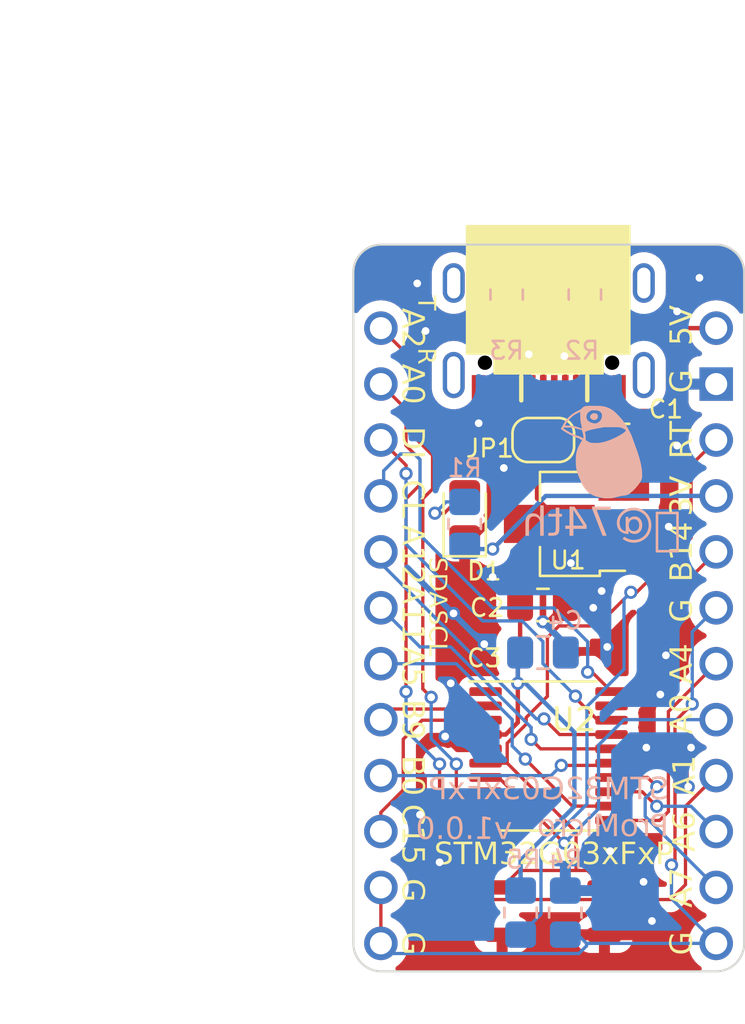
<source format=kicad_pcb>
(kicad_pcb (version 20221018) (generator pcbnew)
  (layers (0 "F.Cu" signal) (31 "B.Cu" signal) (34 "B.Paste" user) (35 "F.Paste" user) (36 "B.SilkS" user "B.Silkscreen") (37 "F.SilkS" user "F.Silkscreen") (38 "B.Mask" user) (39 "F.Mask" user) (44 "Edge.Cuts" user))
  (net 0 "")
  (net 1 "+5V")
  (net 2 "GND")
  (net 3 "VCC")
  (net 4 "RST")
  (net 5 "Net-(D1-A)")
  (net 6 "unconnected-(J1-D--Pad2)")
  (net 7 "unconnected-(J1-D+-Pad3)")
  (net 8 "Net-(J1-CC1)")
  (net 9 "Net-(J1-CC2)")
  (net 10 "10{slash}A10")
  (net 11 "16{slash}SPI_MOSI")
  (net 12 "14{slash}SPI_MISO")
  (net 13 "15{slash}SPI_SCK")
  (net 14 "18{slash}A0")
  (net 15 "19{slash}A1")
  (net 16 "21{slash}A3")
  (net 17 "5")
  (net 18 "7")
  (net 19 "1{slash}UART_TX")
  (net 20 "0{slash}UART_RX")
  (net 21 "4{slash}A6")
  (net 22 "6{slash}A7")
  (net 23 "3{slash}I2C_SCL")
  (net 24 "2{slash}I2C_SDA")
  (net 25 "SWD_DIO")
  (net 26 "SWD_CLK")
  (footprint "Package_SO:TSSOP-20_4.4x6.5mm_P0.65mm" (layer "F.Cu") (at 71.12 62.611)
    (fp_text reference "U2" (at 1.143 -1.651) (layer "F.SilkS"))
    (fp_text value "STM32G030F6P6")
    (pad "1" smd roundrect (at -2.8625 -2.925) (size 1.475 0.4) (layers "F.Cu" "F.Paste" "F.Mask"))
    (pad "2" smd roundrect (at -2.8625 -2.275) (size 1.475 0.4) (layers "F.Cu" "F.Paste" "F.Mask") (net 17 "5"))
    (pad "3" smd roundrect (at -2.8625 -1.625) (size 1.475 0.4) (layers "F.Cu" "F.Paste" "F.Mask") (net 18 "7"))
    (pad "4" smd roundrect (at -2.8625 -0.975) (size 1.475 0.4) (layers "F.Cu" "F.Paste" "F.Mask") (net 3 "VCC"))
    (pad "5" smd roundrect (at -2.8625 -0.325) (size 1.475 0.4) (layers "F.Cu" "F.Paste" "F.Mask") (net 2 "GND"))
    (pad "6" smd roundrect (at -2.8625 0.325) (size 1.475 0.4) (layers "F.Cu" "F.Paste" "F.Mask") (net 4 "RST"))
    (pad "7" smd roundrect (at -2.8625 0.975) (size 1.475 0.4) (layers "F.Cu" "F.Paste" "F.Mask") (net 14 "18{slash}A0"))
    (pad "8" smd roundrect (at -2.8625 1.625) (size 1.475 0.4) (layers "F.Cu" "F.Paste" "F.Mask") (net 13 "15{slash}SPI_SCK"))
    (pad "9" smd roundrect (at -2.8625 2.275) (size 1.475 0.4) (layers "F.Cu" "F.Paste" "F.Mask") (net 19 "1{slash}UART_TX"))
    (pad "10" smd roundrect (at -2.8625 2.925) (size 1.475 0.4) (layers "F.Cu" "F.Paste" "F.Mask") (net 20 "0{slash}UART_RX"))
    (pad "11" smd roundrect (at 2.8625 2.925) (size 1.475 0.4) (layers "F.Cu" "F.Paste" "F.Mask") (net 15 "19{slash}A1"))
    (pad "12" smd roundrect (at 2.8625 2.275) (size 1.475 0.4) (layers "F.Cu" "F.Paste" "F.Mask") (net 21 "4{slash}A6"))
    (pad "13" smd roundrect (at 2.8625 1.625) (size 1.475 0.4) (layers "F.Cu" "F.Paste" "F.Mask") (net 12 "14{slash}SPI_MISO"))
    (pad "14" smd roundrect (at 2.8625 0.975) (size 1.475 0.4) (layers "F.Cu" "F.Paste" "F.Mask") (net 11 "16{slash}SPI_MOSI"))
    (pad "15" smd roundrect (at 2.8625 0.325) (size 1.475 0.4) (layers "F.Cu" "F.Paste" "F.Mask") (net 22 "6{slash}A7"))
    (pad "16" smd roundrect (at 2.8625 -0.325) (size 1.475 0.4) (layers "F.Cu" "F.Paste" "F.Mask") (net 23 "3{slash}I2C_SCL"))
    (pad "17" smd roundrect (at 2.8625 -0.975) (size 1.475 0.4) (layers "F.Cu" "F.Paste" "F.Mask") (net 24 "2{slash}I2C_SDA"))
    (pad "18" smd roundrect (at 2.8625 -1.625) (size 1.475 0.4) (layers "F.Cu" "F.Paste" "F.Mask") (net 25 "SWD_DIO"))
    (pad "19" smd roundrect (at 2.8625 -2.275) (size 1.475 0.4) (layers "F.Cu" "F.Paste" "F.Mask") (net 16 "21{slash}A3"))
    (pad "20" smd roundrect (at 2.8625 -2.925) (size 1.475 0.4) (layers "F.Cu" "F.Paste" "F.Mask") (net 26 "SWD_CLK"))
  )
  (footprint "$74th:Regulator_AMS1117_SOT-89" (layer "F.Cu") (at 72.39 52.07 180)
    (fp_text reference "U1" (at 0.381 -1.651) (layer "F.SilkS") (effects (font (size 0.8 0.8) (thickness 0.12))))
    (fp_text value "AMS1117-3.3")
    (pad "1" smd rect (at -2.15 -1.5 180) (size 2.3 0.9) (layers "F.Cu" "F.Paste" "F.Mask") (net 2 "GND"))
    (pad "2" smd custom (at -2.0625 0 180) (size 2.475 0.9) (layers "F.Cu" "F.Paste" "F.Mask") (net 3 "VCC") (options (clearance outline) (anchor rect)) (primitives (gr_poly (pts (xy 5.3625 0.8665) (xy 1.2375 0.8665) (xy 1.2375 -0.8665) (xy 5.3625 -0.8665)) (width 0) (fill yes))))
    (pad "3" smd rect (at -2.15 1.5 180) (size 2.3 0.9) (layers "F.Cu" "F.Paste" "F.Mask") (net 1 "+5V"))
  )
  (footprint "$74th:Capacitor_0805_2012" (layer "F.Cu") (at 70.866 55.753)
    (fp_text reference "C2" (at -2.54 0.127 180) (layer "F.SilkS") (effects (font (size 0.8 0.8) (thickness 0.12))))
    (fp_text value "2.2u" hide)
    (pad "1" smd roundrect (at -1.0375 0) (size 1.175 1.45) (layers "F.Cu" "F.Paste" "F.Mask") (roundrect_rratio 0.2127659574) (net 3 "VCC"))
    (pad "2" smd roundrect (at 1.0375 0) (size 1.175 1.45) (layers "F.Cu" "F.Paste" "F.Mask") (roundrect_rratio 0.2127659574) (net 2 "GND"))
  )
  (footprint "$74th:SKRPABE010" (layer "F.Cu") (at 71.335 69.655 180)
    (fp_text reference "SW1")
    (fp_text value "SW_Push")
    (pad "1" smd roundrect (at -2.325 -1.075 180) (size 1.55 0.65) (layers "F.Cu" "F.Paste" "F.Mask") (net 2 "GND"))
    (pad "1" smd roundrect (at 2.325 -1.075 180) (size 1.55 0.65) (layers "F.Cu" "F.Paste" "F.Mask") (net 2 "GND"))
    (pad "2" smd roundrect (at -2.325 1.075 180) (size 1.55 0.65) (layers "F.Cu" "F.Paste" "F.Mask") (net 4 "RST"))
    (pad "2" smd roundrect (at 2.325 1.075 180) (size 1.55 0.65) (layers "F.Cu" "F.Paste" "F.Mask") (net 4 "RST"))
  )
  (footprint "$74th:Capacitor_0805_2012" (layer "F.Cu") (at 70.866 57.912)
    (fp_text reference "C3" (at -2.667 0.254 -360) (layer "F.SilkS") (effects (font (size 0.8 0.8) (thickness 0.12))))
    (fp_text value "100n" hide)
    (pad "1" smd roundrect (at -1.0375 0) (size 1.175 1.45) (layers "F.Cu" "F.Paste" "F.Mask") (roundrect_rratio 0.2127659574) (net 3 "VCC"))
    (pad "2" smd roundrect (at 1.0375 0) (size 1.175 1.45) (layers "F.Cu" "F.Paste" "F.Mask") (roundrect_rratio 0.2127659574) (net 2 "GND"))
  )
  (footprint "$74th:ProMicro_LIKE_LEFT_NO_GND" (layer "F.Cu") (at 63.5 57.15)
    (fp_text reference "CH1" hide)
    (fp_text value "ProMicro-LeftPin")
    (pad "1" thru_hole circle (at 0 -13.97) (size 1.524 1.524) (drill 1) (layers "*.Cu" "*.Mask") (net 19 "1{slash}UART_TX"))
    (pad "2" thru_hole circle (at 0 -11.43 180) (size 1.524 1.524) (drill 1) (layers "*.Cu" "*.Mask") (net 20 "0{slash}UART_RX"))
    (pad "3" thru_hole circle (at 0 -8.89) (size 1.524 1.524) (drill 1) (layers "*.Cu" "*.Mask") (net 25 "SWD_DIO"))
    (pad "4" thru_hole oval (at 0 -6.35) (size 1.524 1.524) (drill 1) (layers "*.Cu" "*.Mask") (net 26 "SWD_CLK"))
    (pad "5" thru_hole circle (at 0 -3.81) (size 1.524 1.524) (drill 1) (layers "*.Cu" "*.Mask") (net 24 "2{slash}I2C_SDA"))
    (pad "6" thru_hole circle (at 0 -1.27) (size 1.524 1.524) (drill 1) (layers "*.Cu" "*.Mask") (net 23 "3{slash}I2C_SCL"))
    (pad "7" thru_hole circle (at 0 1.27) (size 1.524 1.524) (drill 1) (layers "*.Cu" "*.Mask") (net 21 "4{slash}A6"))
    (pad "8" thru_hole circle (at 0 3.81) (size 1.524 1.524) (drill 1) (layers "*.Cu" "*.Mask") (net 17 "5"))
    (pad "9" thru_hole circle (at 0 6.35) (size 1.524 1.524) (drill 1) (layers "*.Cu" "*.Mask") (net 22 "6{slash}A7"))
    (pad "10" thru_hole circle (at 0 8.89) (size 1.524 1.524) (drill 1) (layers "*.Cu" "*.Mask") (net 18 "7"))
    (pad "11" thru_hole circle (at 0 11.43) (size 1.524 1.524) (drill 1) (layers "*.Cu" "*.Mask") (net 10 "10{slash}A10"))
    (pad "12" thru_hole circle (at 0 13.97) (size 1.524 1.524) (drill 1) (layers "*.Cu" "*.Mask") (net 10 "10{slash}A10"))
  )
  (footprint "$74th:ProMicro_LIKE_RIGHT" (layer "F.Cu") (at 78.74 58.42)
    (fp_text reference "J3" hide)
    (fp_text value "ProMicro-RightPin")
    (pad "1" thru_hole circle (at 0 12.7 180) (size 1.524 1.524) (drill 1) (layers "*.Cu" "*.Mask") (net 10 "10{slash}A10"))
    (pad "2" thru_hole circle (at 0 10.16) (size 1.524 1.524) (drill 1) (layers "*.Cu" "*.Mask") (net 11 "16{slash}SPI_MOSI"))
    (pad "3" thru_hole circle (at 0 7.62 180) (size 1.524 1.524) (drill 1) (layers "*.Cu" "*.Mask") (net 12 "14{slash}SPI_MISO"))
    (pad "4" thru_hole circle (at 0 5.08 180) (size 1.524 1.524) (drill 1) (layers "*.Cu" "*.Mask") (net 13 "15{slash}SPI_SCK"))
    (pad "5" thru_hole circle (at 0 2.54 180) (size 1.524 1.524) (drill 1) (layers "*.Cu" "*.Mask") (net 14 "18{slash}A0"))
    (pad "6" thru_hole circle (at 0 0 180) (size 1.524 1.524) (drill 1) (layers "*.Cu" "*.Mask") (net 15 "19{slash}A1"))
    (pad "7" thru_hole circle (at 0 -2.54 180) (size 1.524 1.524) (drill 1) (layers "*.Cu" "*.Mask") (net 10 "10{slash}A10"))
    (pad "8" thru_hole circle (at 0 -5.08 180) (size 1.524 1.524) (drill 1) (layers "*.Cu" "*.Mask") (net 16 "21{slash}A3"))
    (pad "9" thru_hole circle (at 0 -7.62 180) (size 1.524 1.524) (drill 1) (layers "*.Cu" "*.Mask") (net 3 "VCC"))
    (pad "10" thru_hole circle (at 0 -10.16 180) (size 1.524 1.524) (drill 1) (layers "*.Cu" "*.Mask") (net 4 "RST"))
    (pad "11" thru_hole rect (at 0 -12.7 180) (size 1.524 1.524) (drill 1) (layers "*.Cu" "*.Mask") (net 2 "GND"))
    (pad "12" thru_hole circle (at 0 -15.24 180) (size 1.524 1.524) (drill 1) (layers "*.Cu" "*.Mask") (net 1 "+5V"))
  )
  (footprint "$74th:LED_0805_2012Metric_Pad1.15x1.40mm_HandSolder" (layer "F.Cu") (at 67.31 51.68 90)
    (fp_text reference "D1" (at -2.54 0.889 180) (layer "F.SilkS") (effects (font (size 0.8 0.8) (thickness 0.12))))
    (fp_text value "LED")
    (pad "1" smd roundrect (at -1.025 0 90) (size 1.15 1.4) (layers "F.Cu" "F.Paste" "F.Mask") (roundrect_rratio 0.2173913043) (net 2 "GND"))
    (pad "2" smd roundrect (at 1.025 0 90) (size 1.15 1.4) (layers "F.Cu" "F.Paste" "F.Mask") (roundrect_rratio 0.2173913043) (net 5 "Net-(D1-A)"))
  )
  (footprint "$74th:USB-C-12-Pin-SMD" (layer "F.Cu") (at 71.12 41.13 180)
    (fp_text reference "J1" hide)
    (fp_text value "USB2.0_C_v3")
    (pad "" thru_hole oval (at -4.33 -4.18) (size 1 2.1) (drill oval 0.6 1.7) (layers "*.Cu" "*.Mask"))
    (pad "" thru_hole oval (at -4.33 0) (size 1 1.8) (drill oval 0.6 1.4) (layers "*.Cu" "*.Mask"))
    (pad "" np_thru_hole circle (at -2.89 -3.62) (size 0.65 0.65) (drill 0.65) (layers "*.Mask"))
    (pad "" np_thru_hole circle (at 2.89 -3.62) (size 0.65 0.65) (drill 0.65) (layers "*.Mask"))
    (pad "" thru_hole oval (at 4.31 -4.18) (size 1 2.1) (drill oval 0.6 1.7) (layers "*.Cu" "*.Mask"))
    (pad "" thru_hole oval (at 4.31 0) (size 1 1.8) (drill oval 0.6 1.4) (layers "*.Cu" "*.Mask"))
    (pad "1" smd rect (at -2.41 -4.83) (size 0.6 1.3) (layers "F.Cu" "F.Paste" "F.Mask") (net 1 "+5V"))
    (pad "1" smd rect (at 2.39 -4.83) (size 0.6 1.3) (layers "F.Cu" "F.Paste" "F.Mask") (net 1 "+5V"))
    (pad "2" smd rect (at -0.76 -4.83) (size 0.3 1.3) (layers "F.Cu" "F.Paste" "F.Mask") (net 6 "unconnected-(J1-D--Pad2)"))
    (pad "2" smd rect (at 0.24 -4.83) (size 0.3 1.3) (layers "F.Cu" "F.Paste" "F.Mask") (net 6 "unconnected-(J1-D--Pad2)"))
    (pad "3" smd rect (at -0.26 -4.83) (size 0.3 1.3) (layers "F.Cu" "F.Paste" "F.Mask") (net 7 "unconnected-(J1-D+-Pad3)"))
    (pad "3" smd rect (at 0.74 -4.83) (size 0.3 1.3) (layers "F.Cu" "F.Paste" "F.Mask") (net 7 "unconnected-(J1-D+-Pad3)"))
    (pad "4" smd rect (at -3.21 -4.83) (size 0.6 1.3) (layers "F.Cu" "F.Paste" "F.Mask") (net 2 "GND"))
    (pad "4" smd rect (at 3.19 -4.83) (size 0.6 1.3) (layers "F.Cu" "F.Paste" "F.Mask") (net 2 "GND"))
    (pad "5" smd rect (at -1.26 -4.83) (size 0.3 1.3) (layers "F.Cu" "F.Paste" "F.Mask") (net 8 "Net-(J1-CC1)"))
    (pad "6" smd rect (at 1.74 -4.83) (size 0.3 1.3) (layers "F.Cu" "F.Paste" "F.Mask") (net 9 "Net-(J1-CC2)"))
  )
  (footprint "Jumper:SolderJumper-2_P1.3mm_Open_RoundedPad1.0x1.5mm" (layer "F.Cu") (at 70.881 48.26 180)
    (fp_text reference "JP1" (at 2.428 -0.381) (layer "F.SilkS") (effects (font (size 0.8 0.8) (thickness 0.12))))
    (fp_text value "SolderJumper_2_Open")
    (pad "1" smd custom (at -0.65 0 180) (size 1 0.5) (layers "F.Cu" "F.Mask") (net 1 "+5V") (options (clearance outline) (anchor rect)) (primitives (gr_circle (center 0 0.25) (end 0.5 0.25) (width 0) (fill yes)) (gr_circle (center 0 -0.25) (end 0.5 -0.25) (width 0) (fill yes)) (gr_poly (pts (xy 0.5 0.75) (xy 0 0.75) (xy 0 -0.75) (xy 0.5 -0.75)) (width 0) (fill yes))))
    (pad "2" smd custom (at 0.65 0 180) (size 1 0.5) (layers "F.Cu" "F.Mask") (net 3 "VCC") (options (clearance outline) (anchor rect)) (primitives (gr_circle (center 0 0.25) (end 0.5 0.25) (width 0) (fill yes)) (gr_circle (center 0 -0.25) (end 0.5 -0.25) (width 0) (fill yes)) (gr_poly (pts (xy 0 0.75) (xy -0.5 0.75) (xy -0.5 -0.75) (xy 0 -0.75)) (width 0) (fill yes))))
  )
  (footprint "$74th:Capacitor_0805_2012" (layer "F.Cu") (at 74.5275 48.26)
    (fp_text reference "C1" (at 1.9265 -1.397) (layer "F.SilkS") (effects (font (size 0.8 0.8) (thickness 0.12))))
    (fp_text value "10u" hide)
    (pad "1" smd roundrect (at -1.0375 0) (size 1.175 1.45) (layers "F.Cu" "F.Paste" "F.Mask") (roundrect_rratio 0.2127659574) (net 1 "+5V"))
    (pad "2" smd roundrect (at 1.0375 0) (size 1.175 1.45) (layers "F.Cu" "F.Paste" "F.Mask") (roundrect_rratio 0.2127659574) (net 2 "GND"))
  )
  (footprint "$74th:74th-5mm" (layer "B.Cu") (at 73.66 49.022 180)
    (fp_text reference "G***" hide)
    (fp_text value "LOGO" hide)
  )
  (footprint "$74th:Register_0805_2012" (layer "B.Cu") (at 71.882 69.723 90)
    (fp_text reference "R5" (at 2.413 -1.905 180) (layer "B.SilkS") (effects (font (size 0.8 0.8) (thickness 0.12)) (justify mirror)))
    (fp_text value "0" hide)
    (pad "1" smd roundrect (at -1 0 90) (size 1.2 1.4) (layers "B.Cu" "B.Paste" "B.Mask") (roundrect_rratio 0.2083333333) (net 10 "10{slash}A10"))
    (pad "2" smd roundrect (at 1 0 90) (size 1.2 1.4) (layers "B.Cu" "B.Paste" "B.Mask") (roundrect_rratio 0.2083333333) (net 2 "GND"))
  )
  (footprint "$74th:Register_0805_2012" (layer "B.Cu") (at 69.85 69.723 -90)
    (fp_text reference "R4" (at -2.413 -2.032 -180) (layer "B.SilkS") (effects (font (size 0.8 0.8) (thickness 0.12)) (justify mirror)))
    (fp_text value "10k" hide)
    (pad "1" smd roundrect (at -1 0 270) (size 1.2 1.4) (layers "B.Cu" "B.Paste" "B.Mask") (roundrect_rratio 0.2083333333) (net 3 "VCC"))
    (pad "2" smd roundrect (at 1 0 270) (size 1.2 1.4) (layers "B.Cu" "B.Paste" "B.Mask") (roundrect_rratio 0.2083333333) (net 4 "RST"))
  )
  (footprint "$74th:twitter" (layer "B.Cu") (at 73.914 52.07 180)
    (fp_text reference "REF**" hide)
    (fp_text value "twitter" hide)
    (fp_text user "" (at -2.6 -0.3 unlocked) (layer "B.SilkS") (effects (font (size 1.5 1.5)) (justify mirror)))
    (fp_text user "@74th" (at 1 0 unlocked) (layer "B.SilkS") (effects (font (size 1.3 1.3) (thickness 0.1875)) (justify mirror)))
  )
  (footprint "$74th:Register_0805_2012" (layer "B.Cu") (at 67.31 52.07 90)
    (fp_text reference "R1" (at 2.54 0 180) (layer "B.SilkS") (effects (font (size 0.8 0.8) (thickness 0.12)) (justify mirror)))
    (fp_text value "200" hide)
    (pad "1" smd roundrect (at -1 0 90) (size 1.2 1.4) (layers "B.Cu" "B.Paste" "B.Mask") (roundrect_rratio 0.2083333333) (net 3 "VCC"))
    (pad "2" smd roundrect (at 1 0 90) (size 1.2 1.4) (layers "B.Cu" "B.Paste" "B.Mask") (roundrect_rratio 0.2083333333) (net 5 "Net-(D1-A)"))
  )
  (footprint "$74th:Register_0805_2012" (layer "B.Cu") (at 69.215 41.656 90)
    (fp_text reference "R3" (at -2.54 0 180) (layer "B.SilkS") (effects (font (size 0.8 0.8) (thickness 0.12)) (justify mirror)))
    (fp_text value "5.1k" hide)
    (pad "1" smd roundrect (at -1 0 90) (size 1.2 1.4) (layers "B.Cu" "B.Paste" "B.Mask") (roundrect_rratio 0.2083333333) (net 8 "Net-(J1-CC1)"))
    (pad "2" smd roundrect (at 1 0 90) (size 1.2 1.4) (layers "B.Cu" "B.Paste" "B.Mask") (roundrect_rratio 0.2083333333) (net 2 "GND"))
  )
  (footprint "$74th:Capacitor_0805_2012" (layer "B.Cu") (at 70.866 57.912)
    (fp_text reference "C4" (at 1.016 -1.45) (layer "B.SilkS") (effects (font (size 0.8 0.8) (thickness 0.12)) (justify mirror)))
    (fp_text value "100n" hide)
    (pad "1" smd roundrect (at -1.0375 0) (size 1.175 1.45) (layers "B.Cu" "B.Paste" "B.Mask") (roundrect_rratio 0.2127659574) (net 3 "VCC"))
    (pad "2" smd roundrect (at 1.0375 0) (size 1.175 1.45) (layers "B.Cu" "B.Paste" "B.Mask") (roundrect_rratio 0.2127659574) (net 2 "GND"))
  )
  (footprint "$74th:Register_0805_2012" (layer "B.Cu") (at 72.771 41.656 90)
    (fp_text reference "R2" (at -2.54 -0.127 180) (layer "B.SilkS") (effects (font (size 0.8 0.8) (thickness 0.12)) (justify mirror)))
    (fp_text value "5.1k" hide)
    (pad "1" smd roundrect (at -1 0 90) (size 1.2 1.4) (layers "B.Cu" "B.Paste" "B.Mask") (roundrect_rratio 0.2083333333) (net 9 "Net-(J1-CC2)"))
    (pad "2" smd roundrect (at 1 0 90) (size 1.2 1.4) (layers "B.Cu" "B.Paste" "B.Mask") (roundrect_rratio 0.2083333333) (net 2 "GND"))
  )
  (gr_line (start 78.739913 72.39) (end 63.517965 72.39) (stroke (width 0.1)) (layer "Edge.Cuts"))
  (gr_line (start 62.247965 71.12) (end 62.247965 40.658052) (stroke (width 0.1)) (layer "Edge.Cuts"))
  (gr_arc (start 63.517965 72.39) (mid 62.619939 72.018026) (end 62.247965 71.12) (stroke (width 0.1)) (layer "Edge.Cuts"))
  (gr_arc (start 62.247965 40.658052) (mid 62.619914 39.760001) (end 63.517965 39.388052) (stroke (width 0.1)) (layer "Edge.Cuts"))
  (gr_line (start 63.517965 39.388052) (end 78.739913 39.388052) (stroke (width 0.1)) (layer "Edge.Cuts"))
  (gr_arc (start 80.009913 71.12) (mid 79.637928 72.018015) (end 78.739913 72.39) (stroke (width 0.1)) (layer "Edge.Cuts"))
  (gr_arc (start 78.739913 39.388052) (mid 79.637954 39.760011) (end 80.009913 40.658052) (stroke (width 0.1)) (layer "Edge.Cuts"))
  (gr_line (start 80.009913 40.658052) (end 80.009913 71.12) (stroke (width 0.1)) (layer "Edge.Cuts"))
  (gr_text "STM32G03xFxP\nProMicro" (at 76.581 66.421) (layer "B.SilkS") (effects (font (size 1 1)) (justify left bottom mirror)))
  (gr_text "v1.0.0" (at 69.469 66.548) (layer "B.SilkS") (effects (font (size 1 1)) (justify left bottom mirror)))
  (gr_text "A0" (at 64.897 45.72 270) (layer "F.SilkS") (effects (font (size 1 1))))
  (gr_text "G" (at 64.897 71.12 270) (layer "F.SilkS") (effects (font (size 1 1))))
  (gr_text "STM32G03xFxP" (at 65.913 67.691) (layer "F.SilkS") (effects (font (size 1 1)) (justify left bottom)))
  (gr_text "A0" (at 77.216 60.706 90) (layer "F.SilkS") (effects (font (size 1 1))))
  (gr_text "C15" (at 64.897 66.167 270) (layer "F.SilkS") (effects (font (size 1 1))))
  (gr_text "3V" (at 77.216 50.8 90) (layer "F.SilkS") (effects (font (size 1 1))))
  (gr_text "G" (at 77.216 56.007 90) (layer "F.SilkS") (effects (font (size 1 1))))
  (gr_text "5V" (at 77.216 43.053 90) (layer "F.SilkS") (effects (font (size 1 1))))
  (gr_text "A5" (at 64.897 58.547 270) (layer "F.SilkS") (effects (font (size 1 1))))
  (gr_text "B0" (at 64.897 63.5 270) (layer "F.SilkS") (effects (font (size 1 1))))
  (gr_text "A11" (at 64.897 56.134 270) (layer "F.SilkS") (effects (font (size 1 1))))
  (gr_text "G" (at 64.897 68.707 270) (layer "F.SilkS") (effects (font (size 1 1))))
  (gr_text "G" (at 77.216 71.12 90) (layer "F.SilkS") (effects (font (size 1 1))))
  (gr_text "A4" (at 77.216 58.42 90) (layer "F.SilkS") (effects (font (size 1 1))))
  (gr_text "B14" (at 77.216 53.34 90) (layer "F.SilkS") (effects (font (size 1 1))))
  (gr_text "R" (at 65.532 44.45 270) (layer "F.SilkS") (effects (font (size 0.8 0.8))))
  (gr_text "A2" (at 64.897 43.18 270) (layer "F.SilkS") (effects (font (size 1 1))))
  (gr_text "SCL" (at 66.04 57.023 270) (layer "F.SilkS") (effects (font (size 0.8 0.8))))
  (gr_text "A7" (at 77.216 68.58 90) (layer "F.SilkS") (effects (font (size 1 1))))
  (gr_text "SDA" (at 66.04 54.737 270) (layer "F.SilkS") (effects (font (size 0.8 0.8))))
  (gr_text "A1" (at 77.343 63.5 90) (layer "F.SilkS") (effects (font (size 1 1))))
  (gr_text "G" (at 77.216 45.593 90) (layer "F.SilkS") (effects (font (size 1 1))))
  (gr_text "B9" (at 64.897 60.96 270) (layer "F.SilkS") (effects (font (size 1 1))))
  (gr_text "RT" (at 77.216 48.26 90) (layer "F.SilkS") (effects (font (size 1 1))))
  (gr_text "CL" (at 64.897 50.927 270) (layer "F.SilkS") (effects (font (size 1 1))))
  (gr_text "T" (at 65.532 42.037 270) (layer "F.SilkS") (effects (font (size 0.8 0.8))))
  (gr_text "A6" (at 77.343 66.04 90) (layer "F.SilkS") (effects (font (size 1 1))))
  (gr_text "DI" (at 64.897 48.387 270) (layer "F.SilkS") (effects (font (size 1 1))))
  (gr_text "A12" (at 64.897 53.467 270) (layer "F.SilkS") (effects (font (size 1 1))))
  (segment (start 74.54 49.31) (end 74.54 50.57) (width 0.2) (layer "F.Cu") (net 1))
  (segment (start 69.215 43.815) (end 73.152 43.815) (width 0.2) (layer "F.Cu") (net 1))
  (segment (start 68.73 45.96) (end 68.905 45.785) (width 0.2) (layer "F.Cu") (net 1))
  (segment (start 71.531 48.26) (end 73.49 48.26) (width 0.2) (layer "F.Cu") (net 1))
  (segment (start 73.53 48.22) (end 73.49 48.26) (width 0.2) (layer "F.Cu") (net 1))
  (segment (start 73.152 43.815) (end 73.2155 43.8785) (width 0.2) (layer "F.Cu") (net 1))
  (segment (start 73.49 48.26) (end 74.54 49.31) (width 0.2) (layer "F.Cu") (net 1))
  (segment (start 73.2155 43.8785) (end 73.914 43.18) (width 0.2) (layer "F.Cu") (net 1))
  (segment (start 68.905 45.785) (end 68.905 44.125) (width 0.2) (layer "F.Cu") (net 1))
  (segment (start 73.2155 43.8785) (end 73.279 43.942) (width 0.2) (layer "F.Cu") (net 1))
  (segment (start 73.279 45.709) (end 73.53 45.96) (width 0.2) (layer "F.Cu") (net 1))
  (segment (start 68.905 44.125) (end 69.215 43.815) (width 0.2) (layer "F.Cu") (net 1))
  (segment (start 73.53 45.96) (end 73.53 48.22) (width 0.2) (layer "F.Cu") (net 1))
  (segment (start 73.914 43.18) (end 78.74 43.18) (width 0.2) (layer "F.Cu") (net 1))
  (segment (start 73.279 43.942) (end 73.279 45.709) (width 0.2) (layer "F.Cu") (net 1))
  (segment (start 67.93 47.483) (end 67.945 47.498) (width 0.3) (layer "F.Cu") (net 2))
  (segment (start 77.343 45.72) (end 78.74 45.72) (width 0.3) (layer "F.Cu") (net 2))
  (segment (start 74.803 46.99) (end 75.565 46.99) (width 0.3) (layer "F.Cu") (net 2))
  (segment (start 72.009 53.975) (end 72.136 53.848) (width 0.3) (layer "F.Cu") (net 2))
  (segment (start 68.453 50.165) (end 69.088 49.53) (width 0.3) (layer "F.Cu") (net 2))
  (segment (start 75.565 48.26) (end 76.708 48.26) (width 0.3) (layer "F.Cu") (net 2))
  (segment (start 72.414 53.57) (end 72.136 53.848) (width 0.3) (layer "F.Cu") (net 2))
  (segment (start 75.565 48.26) (end 75.565 46.99) (width 0.3) (layer "F.Cu") (net 2))
  (segment (start 71.9035 57.912) (end 73.533 57.912) (width 0.3) (layer "F.Cu") (net 2))
  (segment (start 70.866 56.515) (end 71.1415 56.515) (width 0.3) (layer "F.Cu") (net 2))
  (segment (start 70.866 54.356) (end 71.247 53.975) (width 0.3) (layer "F.Cu") (net 2))
  (segment (start 70.866 56.515) (end 70.866 54.356) (width 0.3) (layer "F.Cu") (net 2))
  (segment (start 74.54 53.57) (end 72.414 53.57) (width 0.3) (layer "F.Cu") (net 2))
  (segment (start 74.33 45.96) (end 74.33 46.517) (width 0.3) (layer "F.Cu") (net 2))
  (segment (start 77.343 63.881) (end 77.47 64.008) (width 0.3) (layer "F.Cu") (net 2))
  (segment (start 76.708 48.26) (end 76.962 48.514) (width 0.3) (layer "F.Cu") (net 2))
  (segment (start 67.31 52.705) (end 67.691 52.705) (width 0.3) (layer "F.Cu") (net 2))
  (segment (start 67.93 45.96) (end 67.93 47.483) (width 0.3) (layer "F.Cu") (net 2))
  (segment (start 68.453 51.943) (end 68.453 50.165) (width 0.3) (layer "F.Cu") (net 2))
  (segment (start 74.33 46.517) (end 74.803 46.99) (width 0.3) (layer "F.Cu") (net 2))
  (segment (start 77.597 62.23) (end 77.343 62.484) (width 0.3) (layer "F.Cu") (net 2))
  (segment (start 67.691 52.705) (end 68.453 51.943) (width 0.3) (layer "F.Cu") (net 2))
  (segment (start 71.1415 56.515) (end 71.9035 55.753) (width 0.3) (layer "F.Cu") (net 2))
  (segment (start 66.421 61.722) (end 66.985 62.286) (width 0.3) (layer "F.Cu") (net 2))
  (segment (start 76.073 46.99) (end 77.343 45.72) (width 0.3) (layer "F.Cu") (net 2))
  (segment (start 77.343 62.484) (end 77.343 63.881) (width 0.3) (layer "F.Cu") (net 2))
  (segment (start 74.54 54.111) (end 73.533 55.118) (width 0.3) (layer "F.Cu") (net 2))
  (segment (start 73.533 57.912) (end 73.787 57.658) (width 0.3) (layer "F.Cu") (net 2))
  (segment (start 66.985 62.286) (end 68.2575 62.286) (width 0.3) (layer "F.Cu") (net 2))
  (segment (start 71.247 53.975) (end 72.009 53.975) (width 0.3) (layer "F.Cu") (net 2))
  (segment (start 75.565 46.99) (end 76.073 46.99) (width 0.3) (layer "F.Cu") (net 2))
  (segment (start 74.54 53.57) (end 74.54 54.111) (width 0.3) (layer "F.Cu") (net 2))
  (via (at 76.962 48.514) (size 0.6) (drill 0.35) (layers "F.Cu" "B.Cu") (net 2))
  (via (at 73.914 66.929) (size 0.6) (drill 0.35) (layers "F.Cu" "B.Cu") (net 2))
  (via (at 69.088 49.53) (size 0.6) (drill 0.35) (layers "F.Cu" "B.Cu") (net 2))
  (via (at 75.565 62.23) (size 0.6) (drill 0.35) (layers "F.Cu" "B.Cu") (net 2))
  (via (at 76.581 52.197) (size 0.6) (drill 0.35) (layers "F.Cu" "B.Cu") (net 2))
  (via (at 77.978 40.894) (size 0.6) (drill 0.35) (layers "F.Cu" "B.Cu") (net 2))
  (via (at 65.278 65.278) (size 0.6) (drill 0.35) (layers "F.Cu" "B.Cu") (net 2))
  (via (at 70.866 56.515) (size 0.6) (drill 0.35) (layers "F.Cu" "B.Cu") (net 2))
  (via (at 65.151 41.148) (size 0.6) (drill 0.35) (layers "F.Cu" "B.Cu") (net 2))
  (via (at 66.167 67.437) (size 0.6) (drill 0.35) (layers "F.Cu" "B.Cu") (net 2))
  (via (at 66.802 56.134) (size 0.6) (drill 0.35) (layers "F.Cu" "B.Cu") (net 2))
  (via (at 68.199 57.531) (size 0.6) (drill 0.35) (layers "F.Cu" "B.Cu") (net 2))
  (via (at 68.58 54.483) (size 0.6) (drill 0.35) (layers "F.Cu" "B.Cu") (net 2))
  (via (at 75.819 70.104) (size 0.6) (drill 0.35) (layers "F.Cu" "B.Cu") (net 2))
  (via (at 76.962 42.418) (size 0.6) (drill 0.35) (layers "F.Cu" "B.Cu") (net 2))
  (via (at 66.675 59.309) (size 0.6) (drill 0.35) (layers "F.Cu" "B.Cu") (net 2))
  (via (at 76.2 59.817) (size 0.6) (drill 0.35) (layers "F.Cu" "B.Cu") (net 2))
  (via (at 73.787 57.658) (size 0.6) (drill 0.35) (layers "F.Cu" "B.Cu") (net 2))
  (via (at 77.47 64.008) (size 0.6) (drill 0.35) (layers "F.Cu" "B.Cu") (net 2))
  (via (at 75.438 68.326) (size 0.6) (drill 0.35) (layers "F.Cu" "B.Cu") (net 2))
  (via (at 76.454 58.039) (size 0.6) (drill 0.35) (layers "F.Cu" "B.Cu") (net 2))
  (via (at 72.136 53.848) (size 0.6) (drill 0.35) (layers "F.Cu" "B.Cu") (net 2))
  (via (at 73.533 55.118) (size 0.6) (drill 0.35) (layers "F.Cu" "B.Cu") (net 2))
  (via (at 65.532 43.307) (size 0.6) (drill 0.35) (layers "F.Cu" "B.Cu") (net 2))
  (via (at 67.945 47.498) (size 0.6) (drill 0.35) (layers "F.Cu" "B.Cu") (net 2))
  (via (at 66.421 61.722) (size 0.6) (drill 0.35) (layers "F.Cu" "B.Cu") (net 2))
  (via (at 73.152 55.88) (size 0.6) (drill 0.35) (layers "F.Cu" "B.Cu") (net 2))
  (via (at 77.597 62.23) (size 0.6) (drill 0.35) (layers "F.Cu" "B.Cu") (net 2))
  (segment (start 69.215 40.656) (end 69.215 40.767) (width 0.3) (layer "B.Cu") (net 2))
  (segment (start 66.675 43.307) (end 65.532 43.307) (width 0.3) (layer "B.Cu") (net 2))
  (segment (start 71.9035 57.912) (end 71.9035 57.5525) (width 0.3) (layer "B.Cu") (net 2))
  (segment (start 68.723 40.656) (end 67.818 39.751) (width 0.3) (layer "B.Cu") (net 2))
  (segment (start 69.215 40.767) (end 66.675 43.307) (width 0.3) (layer "B.Cu") (net 2))
  (segment (start 71.9035 57.5525) (end 70.866 56.515) (width 0.3) (layer "B.Cu") (net 2))
  (segment (start 71.755 52.07) (end 69.723 52.07) (width 0.2) (layer "F.Cu") (net 3))
  (segment (start 69.723 59.309) (end 69.723 58.0175) (width 0.2) (layer "F.Cu") (net 3))
  (segment (start 69.8285 57.912) (end 69.8285 55.753) (width 0.2) (layer "F.Cu") (net 3))
  (segment (start 71.247 52.07) (end 69.8285 53.4885) (width 0.2) (layer "F.Cu") (net 3))
  (segment (start 69.174 61.636) (end 69.723 61.087) (width 0.2) (layer "F.Cu") (net 3))
  (segment (start 69.723 58.0175) (end 69.8285 57.912) (width 0.2) (layer "F.Cu") (net 3))
  (segment (start 70.597 50.038) (end 70.597 50.912) (width 0.2) (layer "F.Cu") (net 3))
  (segment (start 70.597 50.912) (end 71.755 52.07) (width 0.2) (layer "F.Cu") (net 3))
  (segment (start 70.597 50.038) (end 70.597 48.626) (width 0.2) (layer "F.Cu") (net 3))
  (segment (start 74.4525 52.07) (end 71.755 52.07) (width 0.2) (layer "F.Cu") (net 3))
  (segment (start 70.597 48.626) (end 70.231 48.26) (width 0.2) (layer "F.Cu") (net 3))
  (segment (start 69.723 61.087) (end 69.723 59.309) (width 0.2) (layer "F.Cu") (net 3))
  (segment (start 71.755 52.07) (end 71.247 52.07) (width 0.2) (layer "F.Cu") (net 3))
  (segment (start 69.8285 53.4885) (end 69.8285 55.753) (width 0.2) (layer "F.Cu") (net 3))
  (segment (start 69.723 52.07) (end 68.58 53.213) (width 0.2) (layer "F.Cu") (net 3))
  (segment (start 68.2575 61.636) (end 69.174 61.636) (width 0.2) (layer "F.Cu") (net 3))
  (via (at 69.723 59.309) (size 0.6) (drill 0.35) (layers "F.Cu" "B.Cu") (net 3))
  (via (at 68.58 53.213) (size 0.6) (drill 0.35) (layers "F.Cu" "B.Cu") (net 3))
  (segment (start 70.993 50.8) (end 78.74 50.8) (width 0.2) (layer "B.Cu") (net 3))
  (segment (start 68.58 53.213) (end 70.993 50.8) (width 0.2) (layer "B.Cu") (net 3))
  (segment (start 68.58 53.213) (end 67.453 53.213) (width 0.2) (layer "B.Cu") (net 3))
  (segment (start 69.723 59.309) (end 69.723 58.0175) (width 0.2) (layer "B.Cu") (net 3))
  (segment (start 69.85 67.3491) (end 69.85 68.723) (width 0.2) (layer "B.Cu") (net 3))
  (segment (start 70.0715 59.309) (end 72.2952 61.5327) (width 0.2) (layer "B.Cu") (net 3))
  (segment (start 69.723 59.309) (end 70.0715 59.309) (width 0.2) (layer "B.Cu") (net 3))
  (segment (start 72.2952 64.9039) (end 69.85 67.3491) (width 0.2) (layer "B.Cu") (net 3))
  (segment (start 69.723 58.0175) (end 69.8285 57.912) (width 0.2) (layer "B.Cu") (net 3))
  (segment (start 72.2952 61.5327) (end 72.2952 64.9039) (width 0.2) (layer "B.Cu") (net 3))
  (segment (start 67.453 53.213) (end 67.31 53.07) (width 0.2) (layer "B.Cu") (net 3))
  (segment (start 72.89 67.81) (end 72.3697 67.81) (width 0.15) (layer "F.Cu") (net 4))
  (segment (start 72.3697 67.81) (end 72.3697 66.0653) (width 0.15) (layer "F.Cu") (net 4))
  (segment (start 72.3697 66.0653) (end 69.2404 62.936) (width 0.15) (layer "F.Cu") (net 4))
  (segment (start 73.66 68.58) (end 72.89 67.81) (width 0.15) (layer "F.Cu") (net 4))
  (segment (start 71.0669 57.2306) (end 71.0669 59.8999) (width 0.15) (layer "F.Cu") (net 4))
  (segment (start 75.12605 55.17595) (end 74.86095 55.17595) (width 0.15) (layer "F.Cu") (net 4))
  (segment (start 78.74 48.26) (end 77.597 49.403) (width 0.15) (layer "F.Cu") (net 4))
  (segment (start 71.0669 59.8999) (end 70.1043 60.8625) (width 0.15) (layer "F.Cu") (net 4))
  (segment (start 70.1043 61.1656) (end 69.2404 62.0295) (width 0.15) (layer "F.Cu") (net 4))
  (segment (start 68.2575 62.936) (end 69.2404 62.936) (width 0.15) (layer "F.Cu") (net 4))
  (segment (start 69.2404 62.0295) (end 69.2404 62.936) (width 0.15) (layer "F.Cu") (net 4))
  (segment (start 74.86095 55.17595) (end 73.3327 56.7042) (width 0.15) (layer "F.Cu") (net 4))
  (segment (start 77.597 52.705) (end 75.12605 55.17595) (width 0.15) (layer "F.Cu") (net 4))
  (segment (start 69.78 67.81) (end 69.01 68.58) (width 0.15) (layer "F.Cu") (net 4))
  (segment (start 77.597 49.403) (end 77.597 52.705) (width 0.15) (layer "F.Cu") (net 4))
  (segment (start 73.3327 56.7042) (end 71.5933 56.7042) (width 0.15) (layer "F.Cu") (net 4))
  (segment (start 72.3697 67.81) (end 69.78 67.81) (width 0.15) (layer "F.Cu") (net 4))
  (segment (start 71.5933 56.7042) (end 71.0669 57.2306) (width 0.15) (layer "F.Cu") (net 4))
  (segment (start 70.1043 60.8625) (end 70.1043 61.1656) (width 0.15) (layer "F.Cu") (net 4))
  (via (at 74.86095 55.17595) (size 0.6) (drill 0.35) (layers "F.Cu" "B.Cu") (net 4))
  (segment (start 70.7762 66.8827) (end 70.7762 69.7968) (width 0.15) (layer "B.Cu") (net 4))
  (segment (start 74.549 55.4879) (end 74.86095 55.17595) (width 0.15) (layer "B.Cu") (net 4))
  (segment (start 74.549 58.674) (end 74.549 55.4879) (width 0.15) (layer "B.Cu") (net 4))
  (segment (start 74.4873 58.7357) (end 74.549 58.674) (width 0.15) (layer "B.Cu") (net 4))
  (segment (start 74.4873 58.7393) (end 72.8665 60.3601) (width 0.15) (layer "B.Cu") (net 4))
  (segment (start 72.8665 60.3601) (end 72.8665 64.7924) (width 0.15) (layer "B.Cu") (net 4))
  (segment (start 70.7762 69.7968) (end 69.85 70.723) (width 0.15) (layer "B.Cu") (net 4))
  (segment (start 72.8665 64.7924) (end 70.7762 66.8827) (width 0.15) (layer "B.Cu") (net 4))
  (segment (start 74.4873 58.7393) (end 74.4873 58.7357) (width 0.15) (layer "B.Cu") (net 4))
  (segment (start 66.3819 51.5831) (end 67.31 50.655) (width 0.15) (layer "F.Cu") (net 5))
  (segment (start 65.9547 51.5831) (end 66.3819 51.5831) (width 0.15) (layer "F.Cu") (net 5))
  (via (at 65.9547 51.5831) (size 0.6) (drill 0.35) (layers "F.Cu" "B.Cu") (net 5))
  (segment (start 67.31 51.07) (end 66.4678 51.07) (width 0.15) (layer "B.Cu") (net 5))
  (segment (start 66.4678 51.07) (end 65.9547 51.5831) (width 0.15) (layer "B.Cu") (net 5))
  (segment (start 71.88 45.96) (end 71.88 45.0849) (width 0.15) (layer "F.Cu") (net 6))
  (segment (start 70.88 45.0849) (end 71.88 45.0849) (width 0.15) (layer "F.Cu") (net 6))
  (segment (start 70.88 45.96) (end 70.88 45.0849) (width 0.15) (layer "F.Cu") (net 6))
  (segment (start 70.38 46.8351) (end 71.38 46.8351) (width 0.15) (layer "F.Cu") (net 7))
  (segment (start 70.38 45.96) (end 70.38 46.8351) (width 0.15) (layer "F.Cu") (net 7))
  (segment (start 71.38 45.96) (end 71.38 46.8351) (width 0.15) (layer "F.Cu") (net 7))
  (segment (start 72.38 44.9899) (end 72.38 45.96) (width 0.15) (layer "F.Cu") (net 8))
  (segment (start 71.8386 44.4485) (end 72.38 44.9899) (width 0.15) (layer "F.Cu") (net 8))
  (via (at 71.8386 44.4485) (size 0.6) (drill 0.35) (layers "F.Cu" "B.Cu") (net 8))
  (segment (start 70.0461 42.656) (end 71.8386 44.4485) (width 0.15) (layer "B.Cu") (net 8))
  (segment (start 69.215 42.656) (end 70.0461 42.656) (width 0.15) (layer "B.Cu") (net 8))
  (segment (start 70.2221 44.368) (end 69.5052 45.0849) (width 0.15) (layer "F.Cu") (net 9))
  (segment (start 69.38 45.96) (end 69.38 45.0849) (width 0.15) (layer "F.Cu") (net 9))
  (segment (start 69.5052 45.0849) (end 69.38 45.0849) (width 0.15) (layer "F.Cu") (net 9))
  (via (at 70.2221 44.368) (size 0.6) (drill 0.35) (layers "F.Cu" "B.Cu") (net 9))
  (segment (start 72.771 44.2588) (end 72.771 42.656) (width 0.15) (layer "B.Cu") (net 9))
  (segment (start 72.0562 44.9736) (end 72.771 44.2588) (width 0.15) (layer "B.Cu") (net 9))
  (segment (start 70.2221 44.368) (end 70.8277 44.9736) (width 0.15) (layer "B.Cu") (net 9))
  (segment (start 70.8277 44.9736) (end 72.0562 44.9736) (width 0.15) (layer "B.Cu") (net 9))
  (segment (start 76.8663 61.035456) (end 77.650378 60.251378) (width 0.15) (layer "F.Cu") (net 10))
  (segment (start 76.8663 67.4057) (end 76.8663 61.035456) (width 0.15) (layer "F.Cu") (net 10))
  (segment (start 76.708 67.564) (end 76.8663 67.4057) (width 0.15) (layer "F.Cu") (net 10))
  (segment (start 63.5 71.12) (end 63.5 68.58) (width 0.15) (layer "F.Cu") (net 10))
  (via (at 77.650378 60.251378) (size 0.6) (drill 0.35) (layers "F.Cu" "B.Cu") (net 10))
  (via (at 76.708 67.564) (size 0.6) (drill 0.35) (layers "F.Cu" "B.Cu") (net 10))
  (segment (start 72.8458 71.12) (end 72.8458 71.2354) (width 0.15) (layer "B.Cu") (net 10))
  (segment (start 72.5001 71.5811) (end 63.9611 71.5811) (width 0.15) (layer "B.Cu") (net 10))
  (segment (start 77.650378 60.251378) (end 77.650378 56.969622) (width 0.15) (layer "B.Cu") (net 10))
  (segment (start 77.650378 56.969622) (end 78.74 55.88) (width 0.15) (layer "B.Cu") (net 10))
  (segment (start 72.4488 70.723) (end 72.8458 71.12) (width 0.15) (layer "B.Cu") (net 10))
  (segment (start 78.74 71.12) (end 76.708 69.088) (width 0.15) (layer "B.Cu") (net 10))
  (segment (start 72.8458 71.12) (end 78.74 71.12) (width 0.15) (layer "B.Cu") (net 10))
  (segment (start 72.8458 71.2354) (end 72.5001 71.5811) (width 0.15) (layer "B.Cu") (net 10))
  (segment (start 76.708 69.088) (end 76.708 67.564) (width 0.15) (layer "B.Cu") (net 10))
  (segment (start 63.9611 71.5811) (end 63.5 71.12) (width 0.15) (layer "B.Cu") (net 10))
  (segment (start 71.882 70.723) (end 72.4488 70.723) (width 0.15) (layer "B.Cu") (net 10))
  (segment (start 75.6198 63.586) (end 73.9825 63.586) (width 0.15) (layer "F.Cu") (net 11))
  (segment (start 76.0418 64.008) (end 75.6198 63.586) (width 0.15) (layer "F.Cu") (net 11))
  (via (at 76.0418 64.008) (size 0.6) (drill 0.35) (layers "F.Cu" "B.Cu") (net 11))
  (segment (start 75.5117 64.5381) (end 75.5117 65.3517) (width 0.15) (layer "B.Cu") (net 11))
  (segment (start 76.0418 64.008) (end 75.5117 64.5381) (width 0.15) (layer "B.Cu") (net 11))
  (segment (start 75.5117 65.3517) (end 78.74 68.58) (width 0.15) (layer "B.Cu") (net 11))
  (segment (start 75.3778 64.236) (end 73.9825 64.236) (width 0.15) (layer "F.Cu") (net 12))
  (segment (start 76.0369 64.8951) (end 75.3778 64.236) (width 0.15) (layer "F.Cu") (net 12))
  (via (at 76.0369 64.8951) (size 0.6) (drill 0.35) (layers "F.Cu" "B.Cu") (net 12))
  (segment (start 78.74 66.04) (end 77.5951 64.8951) (width 0.15) (layer "B.Cu") (net 12))
  (segment (start 77.5951 64.8951) (end 76.0369 64.8951) (width 0.15) (layer "B.Cu") (net 12))
  (segment (start 68.1799 69.1307) (end 76.6653 69.1307) (width 0.15) (layer "F.Cu") (net 13))
  (segment (start 68.0047 68.9555) (end 68.1799 69.1307) (width 0.15) (layer "F.Cu") (net 13))
  (segment (start 77.343 64.897) (end 78.74 63.5) (width 0.15) (layer "F.Cu") (net 13))
  (segment (start 77.343 68.453) (end 77.343 64.897) (width 0.15) (layer "F.Cu") (net 13))
  (segment (start 68.2575 64.236) (end 68.8182 64.236) (width 0.15) (layer "F.Cu") (net 13))
  (segment (start 76.6653 69.1307) (end 77.343 68.453) (width 0.15) (layer "F.Cu") (net 13))
  (segment (start 69.2295 66.4657) (end 68.0047 67.6905) (width 0.15) (layer "F.Cu") (net 13))
  (segment (start 68.8182 64.236) (end 69.2295 64.6473) (width 0.15) (layer "F.Cu") (net 13))
  (segment (start 68.0047 67.6905) (end 68.0047 68.9555) (width 0.15) (layer "F.Cu") (net 13))
  (segment (start 69.2295 64.6473) (end 69.2295 66.4657) (width 0.15) (layer "F.Cu") (net 13))
  (segment (start 71.8323 66.5692) (end 68.8491 63.586) (width 0.15) (layer "F.Cu") (net 14))
  (segment (start 68.8491 63.586) (end 68.2575 63.586) (width 0.15) (layer "F.Cu") (net 14))
  (via (at 71.8323 66.5692) (size 0.6) (drill 0.35) (layers "F.Cu" "B.Cu") (net 14))
  (segment (start 73.39175 65.00975) (end 71.8323 66.5692) (width 0.15) (layer "B.Cu") (net 14))
  (segment (start 74.549 60.96) (end 73.39175 62.11725) (width 0.15) (layer "B.Cu") (net 14))
  (segment (start 73.39175 62.11725) (end 73.39175 65.00975) (width 0.15) (layer "B.Cu") (net 14))
  (segment (start 78.74 60.96) (end 74.549 60.96) (width 0.15) (layer "B.Cu") (net 14))
  (segment (start 76.5663 60.5937) (end 78.74 58.42) (width 0.15) (layer "F.Cu") (net 15))
  (segment (start 76.5663 65.1363) (end 76.5663 60.5937) (width 0.15) (layer "F.Cu") (net 15))
  (segment (start 76.1666 65.536) (end 76.5663 65.1363) (width 0.15) (layer "F.Cu") (net 15))
  (segment (start 73.9825 65.536) (end 76.1666 65.536) (width 0.15) (layer "F.Cu") (net 15))
  (segment (start 75.3354 59.5474) (end 74.5468 60.336) (width 0.15) (layer "F.Cu") (net 16))
  (segment (start 78.74 53.34) (end 75.3354 56.7446) (width 0.15) (layer "F.Cu") (net 16))
  (segment (start 74.5468 60.336) (end 73.9825 60.336) (width 0.15) (layer "F.Cu") (net 16))
  (segment (start 75.3354 56.7446) (end 75.3354 59.5474) (width 0.15) (layer "F.Cu") (net 16))
  (segment (start 63.5 60.96) (end 63.9827 60.4773) (width 0.15) (layer "F.Cu") (net 17))
  (segment (start 63.9827 60.4773) (end 68.1162 60.4773) (width 0.15) (layer "F.Cu") (net 17))
  (segment (start 68.1162 60.4773) (end 68.2575 60.336) (width 0.15) (layer "F.Cu") (net 17))
  (segment (start 63.5 65.1699) (end 64.516 64.1539) (width 0.15) (layer "F.Cu") (net 18))
  (segment (start 64.516 61.849) (end 65.379 60.986) (width 0.15) (layer "F.Cu") (net 18))
  (segment (start 64.516 64.1539) (end 64.516 61.849) (width 0.15) (layer "F.Cu") (net 18))
  (segment (start 65.379 60.986) (end 68.2575 60.986) (width 0.15) (layer "F.Cu") (net 18))
  (segment (start 63.5 66.04) (end 63.5 65.1699) (width 0.15) (layer "F.Cu") (net 18))
  (segment (start 65.151 46.609) (end 65.151 48.26) (width 0.15) (layer "F.Cu") (net 19))
  (segment (start 64.897 46.355) (end 65.151 46.609) (width 0.15) (layer "F.Cu") (net 19))
  (segment (start 65.405 50.927) (end 65.8495 50.4825) (width 0.15) (layer "F.Cu") (net 19))
  (segment (start 66.929 62.9755) (end 66.929 64.1078) (width 0.15) (layer "F.Cu") (net 19))
  (segment (start 65.405 59.563) (end 65.405 50.927) (width 0.15) (layer "F.Cu") (net 19))
  (segment (start 65.8495 48.9585) (end 65.8495 50.4825) (width 0.15) (layer "F.Cu") (net 19))
  (segment (start 64.897 44.577) (end 63.5 43.18) (width 0.15) (layer "F.Cu") (net 19))
  (segment (start 65.151 48.26) (end 65.8495 48.9585) (width 0.15) (layer "F.Cu") (net 19))
  (segment (start 67.7072 64.886) (end 68.2575 64.886) (width 0.15) (layer "F.Cu") (net 19))
  (segment (start 64.897 44.577) (end 64.897 46.355) (width 0.15) (layer "F.Cu") (net 19))
  (segment (start 65.786 59.944) (end 65.405 59.563) (width 0.15) (layer "F.Cu") (net 19))
  (segment (start 66.929 64.1078) (end 67.7072 64.886) (width 0.15) (layer "F.Cu") (net 19))
  (via (at 65.786 59.944) (size 0.6) (drill 0.35) (layers "F.Cu" "B.Cu") (net 19))
  (via (at 66.929 62.9755) (size 0.6) (drill 0.35) (layers "F.Cu" "B.Cu") (net 19))
  (segment (start 65.786 61.8325) (end 65.786 59.944) (width 0.15) (layer "B.Cu") (net 19))
  (segment (start 66.929 62.9755) (end 65.786 61.8325) (width 0.15) (layer "B.Cu") (net 19))
  (segment (start 65.278 50.292) (end 64.643 50.927) (width 0.15) (layer "F.Cu") (net 20))
  (segment (start 66.167 62.9755) (end 66.167 65.024) (width 0.15) (layer "F.Cu") (net 20))
  (segment (start 66.675 65.532) (end 68.2535 65.532) (width 0.15) (layer "F.Cu") (net 20))
  (segment (start 65.278 49.149) (end 65.278 50.292) (width 0.15) (layer "F.Cu") (net 20))
  (segment (start 68.2535 65.532) (end 68.2575 65.536) (width 0.15) (layer "F.Cu") (net 20))
  (segment (start 64.643 48.514) (end 65.278 49.149) (width 0.15) (layer "F.Cu") (net 20))
  (segment (start 63.5 45.72) (end 64.643 46.863) (width 0.15) (layer "F.Cu") (net 20))
  (segment (start 64.643 46.863) (end 64.643 48.514) (width 0.15) (layer "F.Cu") (net 20))
  (segment (start 64.643 50.927) (end 64.643 59.69) (width 0.15) (layer "F.Cu") (net 20))
  (segment (start 66.167 65.024) (end 66.675 65.532) (width 0.15) (layer "F.Cu") (net 20))
  (via (at 66.167 62.9755) (size 0.6) (drill 0.35) (layers "F.Cu" "B.Cu") (net 20))
  (via (at 64.643 59.69) (size 0.6) (drill 0.35) (layers "F.Cu" "B.Cu") (net 20))
  (segment (start 66.167 62.9755) (end 64.643 61.4515) (width 0.15) (layer "B.Cu") (net 20))
  (segment (start 64.643 61.4515) (end 64.643 59.69) (width 0.15) (layer "B.Cu") (net 20))
  (segment (start 72.1966 64.886) (end 73.9825 64.886) (width 0.15) (layer "F.Cu") (net 21))
  (segment (start 70.0614 62.7508) (end 72.1966 64.886) (width 0.15) (layer "F.Cu") (net 21))
  (via (at 70.0614 62.7508) (size 0.6) (drill 0.35) (layers "F.Cu" "B.Cu") (net 21))
  (segment (start 69.469 62.1584) (end 70.0614 62.7508) (width 0.15) (layer "B.Cu") (net 21))
  (segment (start 69.469 60.96) (end 69.469 62.1584) (width 0.15) (layer "B.Cu") (net 21))
  (segment (start 63.5 58.42) (end 66.929 58.42) (width 0.15) (layer "B.Cu") (net 21))
  (segment (start 66.929 58.42) (end 69.469 60.96) (width 0.15) (layer "B.Cu") (net 21))
  (segment (start 71.698 63.0367) (end 73.8818 63.0367) (width 0.15) (layer "F.Cu") (net 22))
  (segment (start 73.8818 63.0367) (end 73.9825 62.936) (width 0.15) (layer "F.Cu") (net 22))
  (via (at 71.698 63.0367) (size 0.6) (drill 0.35) (layers "F.Cu" "B.Cu") (net 22))
  (segment (start 71.2347 63.5) (end 71.698 63.0367) (width 0.15) (layer "B.Cu") (net 22))
  (segment (start 63.5 63.5) (end 71.2347 63.5) (width 0.15) (layer "B.Cu") (net 22))
  (segment (start 70.3291 61.8553) (end 70.7598 62.286) (width 0.15) (layer "F.Cu") (net 23))
  (segment (start 70.7598 62.286) (end 73.9825 62.286) (width 0.15) (layer "F.Cu") (net 23))
  (via (at 70.3291 61.8553) (size 0.6) (drill 0.35) (layers "F.Cu" "B.Cu") (net 23))
  (segment (start 70.3291 61.3121) (end 70.3291 61.8553) (width 0.15) (layer "B.Cu") (net 23))
  (segment (start 66.675 57.658) (end 70.3291 61.3121) (width 0.15) (layer "B.Cu") (net 23))
  (segment (start 65.278 57.658) (end 66.675 57.658) (width 0.15) (layer "B.Cu") (net 23))
  (segment (start 63.5 55.88) (end 65.278 57.658) (width 0.15) (layer "B.Cu") (net 23))
  (segment (start 71.6205 61.636) (end 73.9825 61.636) (width 0.15) (layer "F.Cu") (net 24))
  (segment (start 70.9116 60.9271) (end 71.6205 61.636) (width 0.15) (layer "F.Cu") (net 24))
  (via (at 70.9116 60.9271) (size 0.6) (drill 0.35) (layers "F.Cu" "B.Cu") (net 24))
  (segment (start 63.5 53.34) (end 63.5 53.8597) (width 0.15) (layer "B.Cu") (net 24))
  (segment (start 70.5674 60.9271) (end 70.9116 60.9271) (width 0.15) (layer "B.Cu") (net 24))
  (segment (start 63.5 53.8597) (end 70.5674 60.9271) (width 0.15) (layer "B.Cu") (net 24))
  (segment (start 64.643 49.784) (end 64.643 49.403) (width 0.15) (layer "F.Cu") (net 25))
  (segment (start 72.3413 59.8909) (end 72.3413 59.9728) (width 0.15) (layer "F.Cu") (net 25))
  (segment (start 72.3413 59.9728) (end 73.3545 60.986) (width 0.15) (layer "F.Cu") (net 25))
  (segment (start 73.3545 60.986) (end 73.9825 60.986) (width 0.15) (layer "F.Cu") (net 25))
  (segment (start 64.643 49.403) (end 63.5 48.26) (width 0.15) (layer "F.Cu") (net 25))
  (via (at 72.3413 59.8909) (size 0.6) (drill 0.35) (layers "F.Cu" "B.Cu") (net 25))
  (via (at 64.643 49.784) (size 0.6) (drill 0.35) (layers "F.Cu" "B.Cu") (net 25))
  (segment (start 70.866 57.418) (end 70.866 58.4156) (width 0.15) (layer "B.Cu") (net 25))
  (segment (start 69.9239 56.4759) (end 70.866 57.418) (width 0.15) (layer "B.Cu") (net 25))
  (segment (start 64.643 52.9933) (end 68.1256 56.4759) (width 0.15) (layer "B.Cu") (net 25))
  (segment (start 70.866 58.4156) (end 72.3413 59.8909) (width 0.15) (layer "B.Cu") (net 25))
  (segment (start 68.1256 56.4759) (end 69.9239 56.4759) (width 0.15) (layer "B.Cu") (net 25))
  (segment (start 64.643 52.9933) (end 64.643 49.784) (width 0.15) (layer "B.Cu") (net 25))
  (segment (start 72.898 58.801) (end 73.0975 58.801) (width 0.15) (layer "F.Cu") (net 26))
  (segment (start 73.0975 58.801) (end 73.9825 59.686) (width 0.15) (layer "F.Cu") (net 26))
  (via (at 72.898 58.801) (size 0.6) (drill 0.35) (layers "F.Cu" "B.Cu") (net 26))
  (segment (start 63.627 49.657) (end 63.627 50.673) (width 0.15) (layer "B.Cu") (net 26))
  (segment (start 65.024 48.895) (end 64.389 48.895) (width 0.15) (layer "B.Cu") (net 26))
  (segment (start 64.389 48.895) (end 63.627 49.657) (width 0.15) (layer "B.Cu") (net 26))
  (segment (start 72.898 57.422249) (end 71.362351 55.8866) (width 0.15) (layer "B.Cu") (net 26))
  (segment (start 65.278 49.149) (end 65.024 48.895) (width 0.15) (layer "B.Cu") (net 26))
  (segment (start 68.5866 55.8866) (end 65.278 52.578) (width 0.15) (layer "B.Cu") (net 26))
  (segment (start 71.362351 55.8866) (end 68.5866 55.8866) (width 0.15) (layer "B.Cu") (net 26))
  (segment (start 65.278 52.578) (end 65.278 49.149) (width 0.15) (layer "B.Cu") (net 26))
  (segment (start 72.898 58.801) (end 72.898 57.422249) (width 0.15) (layer "B.Cu") (net 26))
  (segment (start 63.627 50.673) (end 63.5 50.8) (width 0.15) (layer "B.Cu") (net 26))
  (zone (net 2) (net_name "GND") (layers "F&B.Cu") (connect_pads (clearance 0.5)) (min_thickness 0.25) (fill yes (thermal_gap 0.5) (thermal_bridge_width 0.5))
    (polygon (pts (xy 62.23 39.37) (xy 80.01 39.37) (xy 80.01 72.39) (xy 62.23 72.39)))
  )
)
</source>
